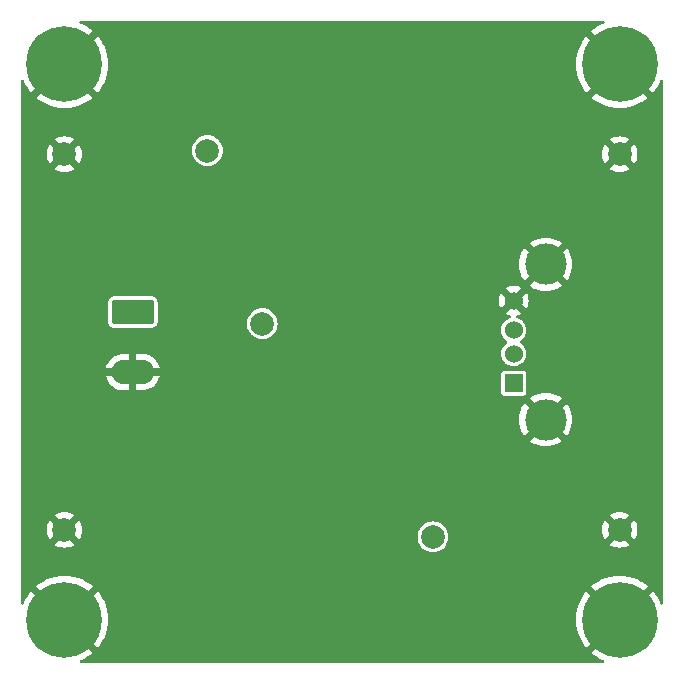
<source format=gbl>
%TF.GenerationSoftware,KiCad,Pcbnew,(6.0.5)*%
%TF.CreationDate,2025-05-25T15:44:49+02:00*%
%TF.ProjectId,HT1015A_Dev,48543130-3135-4415-9f44-65762e6b6963,rev?*%
%TF.SameCoordinates,Original*%
%TF.FileFunction,Copper,L2,Bot*%
%TF.FilePolarity,Positive*%
%FSLAX46Y46*%
G04 Gerber Fmt 4.6, Leading zero omitted, Abs format (unit mm)*
G04 Created by KiCad (PCBNEW (6.0.5)) date 2025-05-25 15:44:49*
%MOMM*%
%LPD*%
G01*
G04 APERTURE LIST*
G04 Aperture macros list*
%AMRoundRect*
0 Rectangle with rounded corners*
0 $1 Rounding radius*
0 $2 $3 $4 $5 $6 $7 $8 $9 X,Y pos of 4 corners*
0 Add a 4 corners polygon primitive as box body*
4,1,4,$2,$3,$4,$5,$6,$7,$8,$9,$2,$3,0*
0 Add four circle primitives for the rounded corners*
1,1,$1+$1,$2,$3*
1,1,$1+$1,$4,$5*
1,1,$1+$1,$6,$7*
1,1,$1+$1,$8,$9*
0 Add four rect primitives between the rounded corners*
20,1,$1+$1,$2,$3,$4,$5,0*
20,1,$1+$1,$4,$5,$6,$7,0*
20,1,$1+$1,$6,$7,$8,$9,0*
20,1,$1+$1,$8,$9,$2,$3,0*%
G04 Aperture macros list end*
%TA.AperFunction,ComponentPad*%
%ADD10C,2.000000*%
%TD*%
%TA.AperFunction,ComponentPad*%
%ADD11C,6.400000*%
%TD*%
%TA.AperFunction,ComponentPad*%
%ADD12R,1.524000X1.524000*%
%TD*%
%TA.AperFunction,ComponentPad*%
%ADD13C,1.524000*%
%TD*%
%TA.AperFunction,ComponentPad*%
%ADD14C,3.500000*%
%TD*%
%TA.AperFunction,SMDPad,CuDef*%
%ADD15R,3.100000X2.410000*%
%TD*%
%TA.AperFunction,ComponentPad*%
%ADD16C,0.500000*%
%TD*%
%TA.AperFunction,ComponentPad*%
%ADD17RoundRect,0.249999X-1.550001X0.790001X-1.550001X-0.790001X1.550001X-0.790001X1.550001X0.790001X0*%
%TD*%
%TA.AperFunction,ComponentPad*%
%ADD18O,3.600000X2.080000*%
%TD*%
%TA.AperFunction,ViaPad*%
%ADD19C,0.760000*%
%TD*%
G04 APERTURE END LIST*
D10*
%TO.P,TP2,1,1*%
%TO.N,GND*%
X125000000Y-74600000D03*
%TD*%
%TO.P,TP1,1,1*%
%TO.N,/VM*%
X137100000Y-74300000D03*
%TD*%
%TO.P,TP5,1,1*%
%TO.N,GND*%
X125000000Y-106400000D03*
%TD*%
D11*
%TO.P,H1,1,1*%
%TO.N,GND*%
X125000000Y-67000000D03*
%TD*%
%TO.P,H3,1,1*%
%TO.N,GND*%
X125000000Y-114000000D03*
%TD*%
D10*
%TO.P,TP4,1,1*%
%TO.N,Net-(C4-Pad1)*%
X141750000Y-88950000D03*
%TD*%
%TO.P,TP3,1,1*%
%TO.N,GND*%
X172000000Y-74600000D03*
%TD*%
D12*
%TO.P,J2,1,VBUS*%
%TO.N,+5V*%
X163030000Y-94000000D03*
D13*
%TO.P,J2,2,D-*%
%TO.N,Net-(J2-Pad2)*%
X163030000Y-91500000D03*
%TO.P,J2,3,D+*%
X163030000Y-89500000D03*
%TO.P,J2,4,GND*%
%TO.N,GND*%
X163030000Y-87000000D03*
D14*
%TO.P,J2,5,Shield*%
X165740000Y-97070000D03*
X165740000Y-83930000D03*
%TD*%
D10*
%TO.P,TP7,1,1*%
%TO.N,+5V*%
X156200000Y-107000000D03*
%TD*%
D11*
%TO.P,H4,1,1*%
%TO.N,GND*%
X172000000Y-114000000D03*
%TD*%
%TO.P,H2,1,1*%
%TO.N,GND*%
X172000000Y-67000000D03*
%TD*%
D15*
%TO.P,U1,9,EP*%
%TO.N,GND*%
X148475000Y-87000000D03*
D16*
X148475000Y-86045000D03*
X147175000Y-86045000D03*
X148475000Y-87955000D03*
X147175000Y-87955000D03*
X149775000Y-87955000D03*
X149775000Y-86045000D03*
%TD*%
D17*
%TO.P,J1,1,Pin_1*%
%TO.N,Net-(J1-Pad1)*%
X130780000Y-87960000D03*
D18*
%TO.P,J1,2,Pin_2*%
%TO.N,GND*%
X130780000Y-93040000D03*
%TD*%
D10*
%TO.P,TP6,1,1*%
%TO.N,GND*%
X172000000Y-106400000D03*
%TD*%
D19*
%TO.N,GND*%
X137050000Y-87740000D03*
X151900000Y-71800000D03*
X144639000Y-81675000D03*
X155200000Y-102350000D03*
X155200000Y-104850000D03*
X141900000Y-104850000D03*
X154100000Y-104850000D03*
X148500000Y-110050000D03*
X144780000Y-86614000D03*
X154100000Y-102350000D03*
X145250000Y-84200000D03*
X151892000Y-88138000D03*
X154178000Y-88138000D03*
X142950000Y-104850000D03*
X152146000Y-89916000D03*
X141900000Y-102350000D03*
X142950000Y-102350000D03*
%TD*%
%TA.AperFunction,Conductor*%
%TO.N,GND*%
G36*
X150950000Y-89000000D02*
G01*
X145950000Y-89000000D01*
X145950000Y-85000000D01*
X150950000Y-85000000D01*
X150950000Y-89000000D01*
G37*
%TD.AperFunction*%
%TD*%
%TA.AperFunction,Conductor*%
%TO.N,GND*%
G36*
X170678905Y-63320502D02*
G01*
X170725398Y-63374158D01*
X170735502Y-63444432D01*
X170706008Y-63509012D01*
X170655938Y-63544131D01*
X170492836Y-63606740D01*
X170486811Y-63609422D01*
X170146397Y-63782872D01*
X170140687Y-63786169D01*
X169820268Y-63994251D01*
X169814938Y-63998123D01*
X169612111Y-64162369D01*
X169603645Y-64174624D01*
X169609979Y-64185715D01*
X174813419Y-69389155D01*
X174826495Y-69396295D01*
X174836863Y-69388837D01*
X175001877Y-69185062D01*
X175005749Y-69179732D01*
X175213831Y-68859313D01*
X175217128Y-68853603D01*
X175390578Y-68513189D01*
X175393260Y-68507164D01*
X175455869Y-68344062D01*
X175498955Y-68287634D01*
X175565708Y-68263457D01*
X175634935Y-68279208D01*
X175684657Y-68329886D01*
X175699500Y-68389216D01*
X175699500Y-112610784D01*
X175679498Y-112678905D01*
X175625842Y-112725398D01*
X175555568Y-112735502D01*
X175490988Y-112706008D01*
X175455869Y-112655938D01*
X175393260Y-112492836D01*
X175390578Y-112486811D01*
X175217128Y-112146397D01*
X175213831Y-112140687D01*
X175005749Y-111820268D01*
X175001877Y-111814938D01*
X174837631Y-111612111D01*
X174825376Y-111603645D01*
X174814285Y-111609979D01*
X169610845Y-116813419D01*
X169603705Y-116826495D01*
X169611163Y-116836863D01*
X169814943Y-117001880D01*
X169820265Y-117005747D01*
X170140685Y-117213830D01*
X170146394Y-117217127D01*
X170486811Y-117390578D01*
X170492836Y-117393260D01*
X170655938Y-117455869D01*
X170712366Y-117498955D01*
X170736543Y-117565708D01*
X170720792Y-117634935D01*
X170670114Y-117684657D01*
X170610784Y-117699500D01*
X126389216Y-117699500D01*
X126321095Y-117679498D01*
X126274602Y-117625842D01*
X126264498Y-117555568D01*
X126293992Y-117490988D01*
X126344062Y-117455869D01*
X126507164Y-117393260D01*
X126513189Y-117390578D01*
X126853606Y-117217127D01*
X126859315Y-117213830D01*
X127179735Y-117005747D01*
X127185057Y-117001880D01*
X127387889Y-116837631D01*
X127396355Y-116825376D01*
X127390021Y-116814285D01*
X124576868Y-114001132D01*
X125429462Y-114001132D01*
X125429593Y-114002965D01*
X125433844Y-114009580D01*
X127813419Y-116389155D01*
X127826495Y-116396295D01*
X127836863Y-116388837D01*
X128001877Y-116185062D01*
X128005749Y-116179732D01*
X128213831Y-115859313D01*
X128217128Y-115853603D01*
X128390578Y-115513189D01*
X128393260Y-115507164D01*
X128530171Y-115150498D01*
X128532212Y-115144216D01*
X128631094Y-114775184D01*
X128632465Y-114768734D01*
X128692234Y-114391371D01*
X128692920Y-114384833D01*
X128712916Y-114003301D01*
X168287084Y-114003301D01*
X168307080Y-114384833D01*
X168307766Y-114391371D01*
X168367535Y-114768734D01*
X168368906Y-114775184D01*
X168467788Y-115144216D01*
X168469829Y-115150498D01*
X168606740Y-115507164D01*
X168609422Y-115513189D01*
X168782872Y-115853603D01*
X168786169Y-115859313D01*
X168994251Y-116179732D01*
X168998123Y-116185062D01*
X169162369Y-116387889D01*
X169174624Y-116396355D01*
X169185715Y-116390021D01*
X171562924Y-114012812D01*
X171570538Y-113998868D01*
X171570407Y-113997035D01*
X171566156Y-113990420D01*
X169186581Y-111610845D01*
X169173505Y-111603705D01*
X169163137Y-111611163D01*
X168998123Y-111814938D01*
X168994251Y-111820268D01*
X168786169Y-112140687D01*
X168782872Y-112146397D01*
X168609422Y-112486811D01*
X168606740Y-112492836D01*
X168469829Y-112849502D01*
X168467788Y-112855784D01*
X168368906Y-113224816D01*
X168367535Y-113231266D01*
X168307766Y-113608629D01*
X168307080Y-113615167D01*
X168287084Y-113996699D01*
X168287084Y-114003301D01*
X128712916Y-114003301D01*
X128712916Y-113996699D01*
X128692920Y-113615167D01*
X128692234Y-113608629D01*
X128632465Y-113231266D01*
X128631094Y-113224816D01*
X128532212Y-112855784D01*
X128530171Y-112849502D01*
X128393260Y-112492836D01*
X128390578Y-112486811D01*
X128217128Y-112146397D01*
X128213831Y-112140687D01*
X128005749Y-111820268D01*
X128001877Y-111814938D01*
X127837631Y-111612111D01*
X127825376Y-111603645D01*
X127814285Y-111609979D01*
X125437076Y-113987188D01*
X125429462Y-114001132D01*
X124576868Y-114001132D01*
X122186581Y-111610845D01*
X122173505Y-111603705D01*
X122163137Y-111611163D01*
X121998123Y-111814938D01*
X121994251Y-111820268D01*
X121786169Y-112140687D01*
X121782872Y-112146397D01*
X121609422Y-112486811D01*
X121606740Y-112492836D01*
X121544131Y-112655938D01*
X121501045Y-112712366D01*
X121434292Y-112736543D01*
X121365065Y-112720792D01*
X121315343Y-112670114D01*
X121300500Y-112610784D01*
X121300500Y-111174624D01*
X122603645Y-111174624D01*
X122609979Y-111185715D01*
X124987188Y-113562924D01*
X125001132Y-113570538D01*
X125002965Y-113570407D01*
X125009580Y-113566156D01*
X127389155Y-111186581D01*
X127395684Y-111174624D01*
X169603645Y-111174624D01*
X169609979Y-111185715D01*
X171987188Y-113562924D01*
X172001132Y-113570538D01*
X172002965Y-113570407D01*
X172009580Y-113566156D01*
X174389155Y-111186581D01*
X174396295Y-111173505D01*
X174388837Y-111163137D01*
X174185057Y-110998120D01*
X174179735Y-110994253D01*
X173859315Y-110786170D01*
X173853606Y-110782873D01*
X173513189Y-110609422D01*
X173507164Y-110606740D01*
X173150498Y-110469829D01*
X173144216Y-110467788D01*
X172775184Y-110368906D01*
X172768734Y-110367535D01*
X172391371Y-110307766D01*
X172384833Y-110307080D01*
X172003301Y-110287084D01*
X171996699Y-110287084D01*
X171615167Y-110307080D01*
X171608629Y-110307766D01*
X171231266Y-110367535D01*
X171224816Y-110368906D01*
X170855784Y-110467788D01*
X170849502Y-110469829D01*
X170492836Y-110606740D01*
X170486811Y-110609422D01*
X170146397Y-110782872D01*
X170140687Y-110786169D01*
X169820268Y-110994251D01*
X169814938Y-110998123D01*
X169612111Y-111162369D01*
X169603645Y-111174624D01*
X127395684Y-111174624D01*
X127396295Y-111173505D01*
X127388837Y-111163137D01*
X127185057Y-110998120D01*
X127179735Y-110994253D01*
X126859315Y-110786170D01*
X126853606Y-110782873D01*
X126513189Y-110609422D01*
X126507164Y-110606740D01*
X126150498Y-110469829D01*
X126144216Y-110467788D01*
X125775184Y-110368906D01*
X125768734Y-110367535D01*
X125391371Y-110307766D01*
X125384833Y-110307080D01*
X125003301Y-110287084D01*
X124996699Y-110287084D01*
X124615167Y-110307080D01*
X124608629Y-110307766D01*
X124231266Y-110367535D01*
X124224816Y-110368906D01*
X123855784Y-110467788D01*
X123849502Y-110469829D01*
X123492836Y-110606740D01*
X123486811Y-110609422D01*
X123146397Y-110782872D01*
X123140687Y-110786169D01*
X122820268Y-110994251D01*
X122814938Y-110998123D01*
X122612111Y-111162369D01*
X122603645Y-111174624D01*
X121300500Y-111174624D01*
X121300500Y-107657388D01*
X124172496Y-107657388D01*
X124178223Y-107665038D01*
X124309042Y-107745205D01*
X124317837Y-107749687D01*
X124527988Y-107836734D01*
X124537373Y-107839783D01*
X124758554Y-107892885D01*
X124768301Y-107894428D01*
X124995070Y-107912275D01*
X125004930Y-107912275D01*
X125231699Y-107894428D01*
X125241446Y-107892885D01*
X125462627Y-107839783D01*
X125472012Y-107836734D01*
X125682163Y-107749687D01*
X125690958Y-107745205D01*
X125818110Y-107667285D01*
X125827570Y-107656829D01*
X125823786Y-107648050D01*
X125012812Y-106837076D01*
X124998868Y-106829462D01*
X124997035Y-106829593D01*
X124990420Y-106833844D01*
X124179256Y-107645008D01*
X124172496Y-107657388D01*
X121300500Y-107657388D01*
X121300500Y-106404930D01*
X123487725Y-106404930D01*
X123505572Y-106631699D01*
X123507115Y-106641446D01*
X123560217Y-106862627D01*
X123563266Y-106872012D01*
X123650313Y-107082163D01*
X123654795Y-107090958D01*
X123732715Y-107218110D01*
X123743171Y-107227570D01*
X123751950Y-107223786D01*
X124562924Y-106412812D01*
X124569302Y-106401132D01*
X125429462Y-106401132D01*
X125429593Y-106402965D01*
X125433844Y-106409580D01*
X126245008Y-107220744D01*
X126257388Y-107227504D01*
X126265038Y-107221777D01*
X126345205Y-107090958D01*
X126349687Y-107082163D01*
X126383720Y-107000000D01*
X154894532Y-107000000D01*
X154914365Y-107226692D01*
X154973261Y-107446496D01*
X155069432Y-107652734D01*
X155199953Y-107839139D01*
X155360861Y-108000047D01*
X155547266Y-108130568D01*
X155552244Y-108132889D01*
X155552247Y-108132891D01*
X155748522Y-108224416D01*
X155753504Y-108226739D01*
X155758812Y-108228161D01*
X155758814Y-108228162D01*
X155967993Y-108284211D01*
X155967995Y-108284211D01*
X155973308Y-108285635D01*
X156200000Y-108305468D01*
X156426692Y-108285635D01*
X156432005Y-108284211D01*
X156432007Y-108284211D01*
X156641186Y-108228162D01*
X156641188Y-108228161D01*
X156646496Y-108226739D01*
X156651478Y-108224416D01*
X156847753Y-108132891D01*
X156847756Y-108132889D01*
X156852734Y-108130568D01*
X157039139Y-108000047D01*
X157200047Y-107839139D01*
X157327309Y-107657388D01*
X171172496Y-107657388D01*
X171178223Y-107665038D01*
X171309042Y-107745205D01*
X171317837Y-107749687D01*
X171527988Y-107836734D01*
X171537373Y-107839783D01*
X171758554Y-107892885D01*
X171768301Y-107894428D01*
X171995070Y-107912275D01*
X172004930Y-107912275D01*
X172231699Y-107894428D01*
X172241446Y-107892885D01*
X172462627Y-107839783D01*
X172472012Y-107836734D01*
X172682163Y-107749687D01*
X172690958Y-107745205D01*
X172818110Y-107667285D01*
X172827570Y-107656829D01*
X172823786Y-107648050D01*
X172012812Y-106837076D01*
X171998868Y-106829462D01*
X171997035Y-106829593D01*
X171990420Y-106833844D01*
X171179256Y-107645008D01*
X171172496Y-107657388D01*
X157327309Y-107657388D01*
X157330568Y-107652734D01*
X157426739Y-107446496D01*
X157485635Y-107226692D01*
X157505468Y-107000000D01*
X157485635Y-106773308D01*
X157426739Y-106553504D01*
X157359626Y-106409580D01*
X157357458Y-106404930D01*
X170487725Y-106404930D01*
X170505572Y-106631699D01*
X170507115Y-106641446D01*
X170560217Y-106862627D01*
X170563266Y-106872012D01*
X170650313Y-107082163D01*
X170654795Y-107090958D01*
X170732715Y-107218110D01*
X170743171Y-107227570D01*
X170751950Y-107223786D01*
X171562924Y-106412812D01*
X171569302Y-106401132D01*
X172429462Y-106401132D01*
X172429593Y-106402965D01*
X172433844Y-106409580D01*
X173245008Y-107220744D01*
X173257388Y-107227504D01*
X173265038Y-107221777D01*
X173345205Y-107090958D01*
X173349687Y-107082163D01*
X173436734Y-106872012D01*
X173439783Y-106862627D01*
X173492885Y-106641446D01*
X173494428Y-106631699D01*
X173512275Y-106404930D01*
X173512275Y-106395070D01*
X173494428Y-106168301D01*
X173492885Y-106158554D01*
X173439783Y-105937373D01*
X173436734Y-105927988D01*
X173349687Y-105717837D01*
X173345205Y-105709042D01*
X173267285Y-105581890D01*
X173256829Y-105572430D01*
X173248050Y-105576214D01*
X172437076Y-106387188D01*
X172429462Y-106401132D01*
X171569302Y-106401132D01*
X171570538Y-106398868D01*
X171570407Y-106397035D01*
X171566156Y-106390420D01*
X170754992Y-105579256D01*
X170742612Y-105572496D01*
X170734962Y-105578223D01*
X170654795Y-105709042D01*
X170650313Y-105717837D01*
X170563266Y-105927988D01*
X170560217Y-105937373D01*
X170507115Y-106158554D01*
X170505572Y-106168301D01*
X170487725Y-106395070D01*
X170487725Y-106404930D01*
X157357458Y-106404930D01*
X157332891Y-106352247D01*
X157332889Y-106352244D01*
X157330568Y-106347266D01*
X157200047Y-106160861D01*
X157039139Y-105999953D01*
X156852734Y-105869432D01*
X156847756Y-105867111D01*
X156847753Y-105867109D01*
X156651478Y-105775584D01*
X156651476Y-105775583D01*
X156646496Y-105773261D01*
X156641188Y-105771839D01*
X156641186Y-105771838D01*
X156432007Y-105715789D01*
X156432005Y-105715789D01*
X156426692Y-105714365D01*
X156200000Y-105694532D01*
X155973308Y-105714365D01*
X155967995Y-105715789D01*
X155967993Y-105715789D01*
X155758814Y-105771838D01*
X155758812Y-105771839D01*
X155753504Y-105773261D01*
X155748524Y-105775583D01*
X155748522Y-105775584D01*
X155552247Y-105867109D01*
X155552244Y-105867111D01*
X155547266Y-105869432D01*
X155360861Y-105999953D01*
X155199953Y-106160861D01*
X155069432Y-106347266D01*
X155067111Y-106352244D01*
X155067109Y-106352247D01*
X155040374Y-106409580D01*
X154973261Y-106553504D01*
X154914365Y-106773308D01*
X154894532Y-107000000D01*
X126383720Y-107000000D01*
X126436734Y-106872012D01*
X126439783Y-106862627D01*
X126492885Y-106641446D01*
X126494428Y-106631699D01*
X126512275Y-106404930D01*
X126512275Y-106395070D01*
X126494428Y-106168301D01*
X126492885Y-106158554D01*
X126439783Y-105937373D01*
X126436734Y-105927988D01*
X126349687Y-105717837D01*
X126345205Y-105709042D01*
X126267285Y-105581890D01*
X126256829Y-105572430D01*
X126248050Y-105576214D01*
X125437076Y-106387188D01*
X125429462Y-106401132D01*
X124569302Y-106401132D01*
X124570538Y-106398868D01*
X124570407Y-106397035D01*
X124566156Y-106390420D01*
X123754992Y-105579256D01*
X123742612Y-105572496D01*
X123734962Y-105578223D01*
X123654795Y-105709042D01*
X123650313Y-105717837D01*
X123563266Y-105927988D01*
X123560217Y-105937373D01*
X123507115Y-106158554D01*
X123505572Y-106168301D01*
X123487725Y-106395070D01*
X123487725Y-106404930D01*
X121300500Y-106404930D01*
X121300500Y-105143171D01*
X124172430Y-105143171D01*
X124176214Y-105151950D01*
X124987188Y-105962924D01*
X125001132Y-105970538D01*
X125002965Y-105970407D01*
X125009580Y-105966156D01*
X125820744Y-105154992D01*
X125827199Y-105143171D01*
X171172430Y-105143171D01*
X171176214Y-105151950D01*
X171987188Y-105962924D01*
X172001132Y-105970538D01*
X172002965Y-105970407D01*
X172009580Y-105966156D01*
X172820744Y-105154992D01*
X172827504Y-105142612D01*
X172821777Y-105134962D01*
X172690958Y-105054795D01*
X172682163Y-105050313D01*
X172472012Y-104963266D01*
X172462627Y-104960217D01*
X172241446Y-104907115D01*
X172231699Y-104905572D01*
X172004930Y-104887725D01*
X171995070Y-104887725D01*
X171768301Y-104905572D01*
X171758554Y-104907115D01*
X171537373Y-104960217D01*
X171527988Y-104963266D01*
X171317837Y-105050313D01*
X171309042Y-105054795D01*
X171181890Y-105132715D01*
X171172430Y-105143171D01*
X125827199Y-105143171D01*
X125827504Y-105142612D01*
X125821777Y-105134962D01*
X125690958Y-105054795D01*
X125682163Y-105050313D01*
X125472012Y-104963266D01*
X125462627Y-104960217D01*
X125241446Y-104907115D01*
X125231699Y-104905572D01*
X125004930Y-104887725D01*
X124995070Y-104887725D01*
X124768301Y-104905572D01*
X124758554Y-104907115D01*
X124537373Y-104960217D01*
X124527988Y-104963266D01*
X124317837Y-105050313D01*
X124309042Y-105054795D01*
X124181890Y-105132715D01*
X124172430Y-105143171D01*
X121300500Y-105143171D01*
X121300500Y-98866398D01*
X164373016Y-98866398D01*
X164382898Y-98878887D01*
X164605144Y-99027387D01*
X164612281Y-99031508D01*
X164870349Y-99158772D01*
X164877953Y-99161922D01*
X165150420Y-99254412D01*
X165158383Y-99256546D01*
X165440600Y-99312683D01*
X165448751Y-99313756D01*
X165735881Y-99332575D01*
X165744119Y-99332575D01*
X166031249Y-99313756D01*
X166039400Y-99312683D01*
X166321617Y-99256546D01*
X166329580Y-99254412D01*
X166602047Y-99161922D01*
X166609651Y-99158772D01*
X166867719Y-99031508D01*
X166874856Y-99027387D01*
X167098537Y-98877929D01*
X167106825Y-98868011D01*
X167099568Y-98853832D01*
X165752812Y-97507076D01*
X165738868Y-97499462D01*
X165737035Y-97499593D01*
X165730420Y-97503844D01*
X164379212Y-98855052D01*
X164373016Y-98866398D01*
X121300500Y-98866398D01*
X121300500Y-97074119D01*
X163477425Y-97074119D01*
X163496244Y-97361249D01*
X163497317Y-97369400D01*
X163553454Y-97651617D01*
X163555588Y-97659580D01*
X163648078Y-97932047D01*
X163651228Y-97939651D01*
X163778492Y-98197718D01*
X163782613Y-98204855D01*
X163932071Y-98428537D01*
X163941989Y-98436825D01*
X163956167Y-98429569D01*
X165302924Y-97082812D01*
X165309302Y-97071132D01*
X166169462Y-97071132D01*
X166169593Y-97072965D01*
X166173844Y-97079580D01*
X167525052Y-98430788D01*
X167536398Y-98436984D01*
X167548887Y-98427102D01*
X167697387Y-98204855D01*
X167701508Y-98197718D01*
X167828772Y-97939651D01*
X167831922Y-97932047D01*
X167924412Y-97659580D01*
X167926546Y-97651617D01*
X167982683Y-97369400D01*
X167983756Y-97361249D01*
X168002575Y-97074119D01*
X168002575Y-97065881D01*
X167983756Y-96778751D01*
X167982683Y-96770600D01*
X167926546Y-96488383D01*
X167924412Y-96480420D01*
X167831922Y-96207953D01*
X167828772Y-96200349D01*
X167701508Y-95942282D01*
X167697387Y-95935145D01*
X167547929Y-95711463D01*
X167538011Y-95703175D01*
X167523833Y-95710431D01*
X166177076Y-97057188D01*
X166169462Y-97071132D01*
X165309302Y-97071132D01*
X165310538Y-97068868D01*
X165310407Y-97067035D01*
X165306156Y-97060420D01*
X163954948Y-95709212D01*
X163943602Y-95703016D01*
X163931113Y-95712898D01*
X163782613Y-95935145D01*
X163778492Y-95942282D01*
X163651228Y-96200349D01*
X163648078Y-96207953D01*
X163555588Y-96480420D01*
X163553454Y-96488383D01*
X163497317Y-96770600D01*
X163496244Y-96778751D01*
X163477425Y-97065881D01*
X163477425Y-97074119D01*
X121300500Y-97074119D01*
X121300500Y-95271989D01*
X164373175Y-95271989D01*
X164380431Y-95286167D01*
X165727188Y-96632924D01*
X165741132Y-96640538D01*
X165742965Y-96640407D01*
X165749580Y-96636156D01*
X167100788Y-95284948D01*
X167106984Y-95273602D01*
X167097102Y-95261113D01*
X166874856Y-95112613D01*
X166867719Y-95108492D01*
X166609651Y-94981228D01*
X166602047Y-94978078D01*
X166329580Y-94885588D01*
X166321617Y-94883454D01*
X166039400Y-94827317D01*
X166031249Y-94826244D01*
X165744119Y-94807425D01*
X165735881Y-94807425D01*
X165448751Y-94826244D01*
X165440600Y-94827317D01*
X165158383Y-94883454D01*
X165150420Y-94885588D01*
X164877953Y-94978078D01*
X164870349Y-94981228D01*
X164612282Y-95108492D01*
X164605145Y-95112613D01*
X164381463Y-95262071D01*
X164373175Y-95271989D01*
X121300500Y-95271989D01*
X121300500Y-94806646D01*
X161967500Y-94806646D01*
X161970618Y-94832846D01*
X162016061Y-94935153D01*
X162095287Y-95014241D01*
X162105924Y-95018944D01*
X162105926Y-95018945D01*
X162165462Y-95045265D01*
X162197673Y-95059506D01*
X162223354Y-95062500D01*
X163836646Y-95062500D01*
X163840350Y-95062059D01*
X163840353Y-95062059D01*
X163847746Y-95061179D01*
X163862846Y-95059382D01*
X163965153Y-95013939D01*
X164044241Y-94934713D01*
X164089506Y-94832327D01*
X164092500Y-94806646D01*
X164092500Y-93193354D01*
X164089382Y-93167154D01*
X164043939Y-93064847D01*
X163964713Y-92985759D01*
X163954076Y-92981056D01*
X163954074Y-92981055D01*
X163894538Y-92954735D01*
X163862327Y-92940494D01*
X163836646Y-92937500D01*
X162223354Y-92937500D01*
X162219650Y-92937941D01*
X162219647Y-92937941D01*
X162212254Y-92938821D01*
X162197154Y-92940618D01*
X162094847Y-92986061D01*
X162015759Y-93065287D01*
X161970494Y-93167673D01*
X161967500Y-93193354D01*
X161967500Y-94806646D01*
X121300500Y-94806646D01*
X121300500Y-93351242D01*
X128499254Y-93351242D01*
X128562989Y-93576476D01*
X128566503Y-93585927D01*
X128667506Y-93802528D01*
X128672485Y-93811292D01*
X128806814Y-94008951D01*
X128813138Y-94016815D01*
X128977336Y-94190451D01*
X128984843Y-94197210D01*
X129174688Y-94342357D01*
X129183167Y-94347821D01*
X129393783Y-94460752D01*
X129403029Y-94464792D01*
X129628987Y-94542596D01*
X129638768Y-94545107D01*
X129875334Y-94585969D01*
X129883206Y-94586824D01*
X129907685Y-94587936D01*
X129910518Y-94588000D01*
X130461885Y-94588000D01*
X130477124Y-94583525D01*
X130478329Y-94582135D01*
X130480000Y-94574452D01*
X130480000Y-94569885D01*
X131080000Y-94569885D01*
X131084475Y-94585124D01*
X131085865Y-94586329D01*
X131093548Y-94588000D01*
X131600072Y-94588000D01*
X131605104Y-94587798D01*
X131783259Y-94573464D01*
X131793212Y-94571852D01*
X132025300Y-94514846D01*
X132034870Y-94511663D01*
X132254860Y-94418282D01*
X132263799Y-94413608D01*
X132466024Y-94286261D01*
X132474099Y-94280220D01*
X132653368Y-94122173D01*
X132660371Y-94114921D01*
X132812062Y-93930250D01*
X132817818Y-93921967D01*
X132938031Y-93715421D01*
X132942393Y-93706316D01*
X133028034Y-93483215D01*
X133030885Y-93473526D01*
X133055075Y-93357736D01*
X133053952Y-93343675D01*
X133043844Y-93340000D01*
X131098115Y-93340000D01*
X131082876Y-93344475D01*
X131081671Y-93345865D01*
X131080000Y-93353548D01*
X131080000Y-94569885D01*
X130480000Y-94569885D01*
X130480000Y-93358115D01*
X130475525Y-93342876D01*
X130474135Y-93341671D01*
X130466452Y-93340000D01*
X128514465Y-93340000D01*
X128500377Y-93344137D01*
X128499254Y-93351242D01*
X121300500Y-93351242D01*
X121300500Y-92722264D01*
X128504925Y-92722264D01*
X128506048Y-92736325D01*
X128516156Y-92740000D01*
X130461885Y-92740000D01*
X130477124Y-92735525D01*
X130478329Y-92734135D01*
X130480000Y-92726452D01*
X130480000Y-92721885D01*
X131080000Y-92721885D01*
X131084475Y-92737124D01*
X131085865Y-92738329D01*
X131093548Y-92740000D01*
X133045535Y-92740000D01*
X133059623Y-92735863D01*
X133060746Y-92728758D01*
X132997011Y-92503524D01*
X132993497Y-92494073D01*
X132892494Y-92277472D01*
X132887515Y-92268708D01*
X132753186Y-92071049D01*
X132746862Y-92063185D01*
X132582664Y-91889549D01*
X132575157Y-91882790D01*
X132385312Y-91737643D01*
X132376833Y-91732179D01*
X132166217Y-91619248D01*
X132156971Y-91615208D01*
X131931013Y-91537404D01*
X131921232Y-91534893D01*
X131684666Y-91494031D01*
X131676794Y-91493176D01*
X131652315Y-91492064D01*
X131649482Y-91492000D01*
X131098115Y-91492000D01*
X131082876Y-91496475D01*
X131081671Y-91497865D01*
X131080000Y-91505548D01*
X131080000Y-92721885D01*
X130480000Y-92721885D01*
X130480000Y-91510115D01*
X130475525Y-91494876D01*
X130474135Y-91493671D01*
X130466452Y-91492000D01*
X129959928Y-91492000D01*
X129954896Y-91492202D01*
X129776741Y-91506536D01*
X129766788Y-91508148D01*
X129534700Y-91565154D01*
X129525130Y-91568337D01*
X129305140Y-91661718D01*
X129296201Y-91666392D01*
X129093976Y-91793739D01*
X129085901Y-91799780D01*
X128906632Y-91957827D01*
X128899629Y-91965079D01*
X128747938Y-92149750D01*
X128742182Y-92158033D01*
X128621969Y-92364579D01*
X128617607Y-92373684D01*
X128531966Y-92596785D01*
X128529115Y-92606474D01*
X128504925Y-92722264D01*
X121300500Y-92722264D01*
X121300500Y-91485093D01*
X161962463Y-91485093D01*
X161979899Y-91692730D01*
X162037333Y-91893025D01*
X162040151Y-91898507D01*
X162040152Y-91898511D01*
X162129756Y-92072862D01*
X162129759Y-92072866D01*
X162132577Y-92078350D01*
X162136408Y-92083183D01*
X162258174Y-92236816D01*
X162258179Y-92236821D01*
X162262003Y-92241646D01*
X162420683Y-92376693D01*
X162426061Y-92379699D01*
X162426063Y-92379700D01*
X162511627Y-92427520D01*
X162602571Y-92478346D01*
X162800740Y-92542735D01*
X163007641Y-92567407D01*
X163013776Y-92566935D01*
X163013778Y-92566935D01*
X163209252Y-92551894D01*
X163209256Y-92551893D01*
X163215394Y-92551421D01*
X163416085Y-92495387D01*
X163421589Y-92492607D01*
X163421591Y-92492606D01*
X163596570Y-92404218D01*
X163596572Y-92404217D01*
X163602071Y-92401439D01*
X163766266Y-92273156D01*
X163902417Y-92115423D01*
X164005339Y-91934249D01*
X164071109Y-91736534D01*
X164085926Y-91619248D01*
X164096783Y-91533312D01*
X164096784Y-91533305D01*
X164097225Y-91529810D01*
X164097641Y-91500000D01*
X164077308Y-91292627D01*
X164017083Y-91093154D01*
X163919261Y-90909176D01*
X163913590Y-90902222D01*
X163877427Y-90857882D01*
X163787567Y-90747704D01*
X163627017Y-90614885D01*
X163621603Y-90611957D01*
X163621596Y-90611953D01*
X163620188Y-90611192D01*
X163619594Y-90610603D01*
X163616488Y-90608508D01*
X163616886Y-90607917D01*
X163569780Y-90561197D01*
X163554403Y-90491885D01*
X163578940Y-90425263D01*
X163602538Y-90401074D01*
X163766266Y-90273156D01*
X163902417Y-90115423D01*
X163994570Y-89953206D01*
X164002294Y-89939610D01*
X164002296Y-89939606D01*
X164005339Y-89934249D01*
X164071109Y-89736534D01*
X164087443Y-89607239D01*
X164096783Y-89533312D01*
X164096784Y-89533305D01*
X164097225Y-89529810D01*
X164097641Y-89500000D01*
X164077308Y-89292627D01*
X164017083Y-89093154D01*
X163919261Y-88909176D01*
X163913590Y-88902222D01*
X163827395Y-88796538D01*
X163787567Y-88747704D01*
X163627017Y-88614885D01*
X163443728Y-88515781D01*
X163371923Y-88493554D01*
X163320764Y-88477717D01*
X163261604Y-88438465D01*
X163233057Y-88373461D01*
X163244186Y-88303342D01*
X163291457Y-88250371D01*
X163325412Y-88235645D01*
X163460715Y-88199391D01*
X163471007Y-88195645D01*
X163662436Y-88106380D01*
X163671937Y-88100894D01*
X163677501Y-88096998D01*
X163685877Y-88086520D01*
X163678808Y-88073072D01*
X163042812Y-87437076D01*
X163028868Y-87429462D01*
X163027035Y-87429593D01*
X163020420Y-87433844D01*
X162380470Y-88073794D01*
X162374040Y-88085569D01*
X162383334Y-88097583D01*
X162388063Y-88100894D01*
X162397564Y-88106380D01*
X162588993Y-88195645D01*
X162599285Y-88199391D01*
X162735010Y-88235758D01*
X162795633Y-88272710D01*
X162826654Y-88336570D01*
X162818226Y-88407065D01*
X162773023Y-88461812D01*
X162737975Y-88478338D01*
X162712063Y-88485965D01*
X162630055Y-88510101D01*
X162445399Y-88606636D01*
X162283011Y-88737200D01*
X162279047Y-88741924D01*
X162233223Y-88796535D01*
X162149075Y-88896818D01*
X162048693Y-89079411D01*
X161985690Y-89278025D01*
X161985004Y-89284142D01*
X161985003Y-89284146D01*
X161972401Y-89396496D01*
X161962463Y-89485093D01*
X161979899Y-89692730D01*
X162037333Y-89893025D01*
X162040151Y-89898507D01*
X162040152Y-89898511D01*
X162129756Y-90072862D01*
X162129759Y-90072866D01*
X162132577Y-90078350D01*
X162136408Y-90083183D01*
X162258174Y-90236816D01*
X162258179Y-90236821D01*
X162262003Y-90241646D01*
X162420683Y-90376693D01*
X162442520Y-90388897D01*
X162492224Y-90439587D01*
X162506634Y-90509105D01*
X162481171Y-90575379D01*
X162450310Y-90604069D01*
X162445399Y-90606636D01*
X162283011Y-90737200D01*
X162149075Y-90896818D01*
X162048693Y-91079411D01*
X161985690Y-91278025D01*
X161962463Y-91485093D01*
X121300500Y-91485093D01*
X121300500Y-87127227D01*
X128679500Y-87127227D01*
X128679501Y-88792772D01*
X128679956Y-88796530D01*
X128679956Y-88796535D01*
X128689326Y-88873970D01*
X128690364Y-88882548D01*
X128693342Y-88890071D01*
X128693343Y-88890073D01*
X128703061Y-88914617D01*
X128745887Y-89022784D01*
X128837077Y-89142923D01*
X128957216Y-89234113D01*
X129039192Y-89266570D01*
X129089922Y-89286655D01*
X129089924Y-89286656D01*
X129097452Y-89289636D01*
X129187227Y-89300500D01*
X130778949Y-89300500D01*
X132372772Y-89300499D01*
X132376530Y-89300044D01*
X132376535Y-89300044D01*
X132454515Y-89290608D01*
X132462548Y-89289636D01*
X132470071Y-89286658D01*
X132470073Y-89286657D01*
X132522681Y-89265828D01*
X132602784Y-89234113D01*
X132722923Y-89142923D01*
X132814113Y-89022784D01*
X132842930Y-88950000D01*
X140444532Y-88950000D01*
X140464365Y-89176692D01*
X140465789Y-89182005D01*
X140465789Y-89182007D01*
X140495430Y-89292627D01*
X140523261Y-89396496D01*
X140525583Y-89401476D01*
X140525584Y-89401478D01*
X140585427Y-89529810D01*
X140619432Y-89602734D01*
X140749953Y-89789139D01*
X140910861Y-89950047D01*
X141097266Y-90080568D01*
X141102244Y-90082889D01*
X141102247Y-90082891D01*
X141298522Y-90174416D01*
X141303504Y-90176739D01*
X141308812Y-90178161D01*
X141308814Y-90178162D01*
X141517993Y-90234211D01*
X141517995Y-90234211D01*
X141523308Y-90235635D01*
X141750000Y-90255468D01*
X141976692Y-90235635D01*
X141982005Y-90234211D01*
X141982007Y-90234211D01*
X142191186Y-90178162D01*
X142191188Y-90178161D01*
X142196496Y-90176739D01*
X142201478Y-90174416D01*
X142397753Y-90082891D01*
X142397756Y-90082889D01*
X142402734Y-90080568D01*
X142589139Y-89950047D01*
X142750047Y-89789139D01*
X142880568Y-89602734D01*
X142914574Y-89529810D01*
X142974416Y-89401478D01*
X142974417Y-89401476D01*
X142976739Y-89396496D01*
X143004571Y-89292627D01*
X143034211Y-89182007D01*
X143034211Y-89182005D01*
X143035635Y-89176692D01*
X143051094Y-89000000D01*
X145950000Y-89000000D01*
X150950000Y-89000000D01*
X150950000Y-87005475D01*
X161755628Y-87005475D01*
X161774038Y-87215896D01*
X161775941Y-87226691D01*
X161830609Y-87430715D01*
X161834355Y-87441007D01*
X161923624Y-87632444D01*
X161929102Y-87641930D01*
X161933002Y-87647501D01*
X161943480Y-87655876D01*
X161956928Y-87648808D01*
X162592924Y-87012812D01*
X162599302Y-87001132D01*
X163459462Y-87001132D01*
X163459593Y-87002965D01*
X163463844Y-87009580D01*
X164103794Y-87649530D01*
X164115568Y-87655960D01*
X164127584Y-87646663D01*
X164130898Y-87641930D01*
X164136376Y-87632444D01*
X164225645Y-87441007D01*
X164229391Y-87430715D01*
X164284059Y-87226691D01*
X164285962Y-87215896D01*
X164304372Y-87005475D01*
X164304372Y-86994525D01*
X164285962Y-86784104D01*
X164284059Y-86773309D01*
X164229391Y-86569285D01*
X164225645Y-86558993D01*
X164136376Y-86367556D01*
X164130898Y-86358070D01*
X164126998Y-86352499D01*
X164116520Y-86344124D01*
X164103072Y-86351192D01*
X163467076Y-86987188D01*
X163459462Y-87001132D01*
X162599302Y-87001132D01*
X162600538Y-86998868D01*
X162600407Y-86997035D01*
X162596156Y-86990420D01*
X161956206Y-86350470D01*
X161944432Y-86344040D01*
X161932416Y-86353337D01*
X161929102Y-86358070D01*
X161923624Y-86367556D01*
X161834355Y-86558993D01*
X161830609Y-86569285D01*
X161775941Y-86773309D01*
X161774038Y-86784104D01*
X161755628Y-86994525D01*
X161755628Y-87005475D01*
X150950000Y-87005475D01*
X150950000Y-85913480D01*
X162374124Y-85913480D01*
X162381192Y-85926928D01*
X163017188Y-86562924D01*
X163031132Y-86570538D01*
X163032965Y-86570407D01*
X163039580Y-86566156D01*
X163679530Y-85926206D01*
X163685960Y-85914431D01*
X163676666Y-85902417D01*
X163671937Y-85899106D01*
X163662436Y-85893620D01*
X163471007Y-85804355D01*
X163460715Y-85800609D01*
X163256691Y-85745941D01*
X163245896Y-85744038D01*
X163044276Y-85726398D01*
X164373016Y-85726398D01*
X164382898Y-85738887D01*
X164605144Y-85887387D01*
X164612281Y-85891508D01*
X164870349Y-86018772D01*
X164877953Y-86021922D01*
X165150420Y-86114412D01*
X165158383Y-86116546D01*
X165440600Y-86172683D01*
X165448751Y-86173756D01*
X165735881Y-86192575D01*
X165744119Y-86192575D01*
X166031249Y-86173756D01*
X166039400Y-86172683D01*
X166321617Y-86116546D01*
X166329580Y-86114412D01*
X166602047Y-86021922D01*
X166609651Y-86018772D01*
X166867719Y-85891508D01*
X166874856Y-85887387D01*
X167098537Y-85737929D01*
X167106825Y-85728011D01*
X167099568Y-85713832D01*
X165752812Y-84367076D01*
X165738868Y-84359462D01*
X165737035Y-84359593D01*
X165730420Y-84363844D01*
X164379212Y-85715052D01*
X164373016Y-85726398D01*
X163044276Y-85726398D01*
X163035475Y-85725628D01*
X163024525Y-85725628D01*
X162814104Y-85744038D01*
X162803309Y-85745941D01*
X162599285Y-85800609D01*
X162588993Y-85804355D01*
X162397556Y-85893624D01*
X162388070Y-85899102D01*
X162382499Y-85903002D01*
X162374124Y-85913480D01*
X150950000Y-85913480D01*
X150950000Y-85000000D01*
X145950000Y-85000000D01*
X145950000Y-89000000D01*
X143051094Y-89000000D01*
X143055468Y-88950000D01*
X143035635Y-88723308D01*
X143034211Y-88717993D01*
X142978162Y-88508814D01*
X142978161Y-88508812D01*
X142976739Y-88503504D01*
X142946411Y-88438465D01*
X142882891Y-88302247D01*
X142882889Y-88302244D01*
X142880568Y-88297266D01*
X142750047Y-88110861D01*
X142589139Y-87949953D01*
X142402734Y-87819432D01*
X142397756Y-87817111D01*
X142397753Y-87817109D01*
X142201478Y-87725584D01*
X142201476Y-87725583D01*
X142196496Y-87723261D01*
X142191188Y-87721839D01*
X142191186Y-87721838D01*
X141982007Y-87665789D01*
X141982005Y-87665789D01*
X141976692Y-87664365D01*
X141750000Y-87644532D01*
X141523308Y-87664365D01*
X141517995Y-87665789D01*
X141517993Y-87665789D01*
X141308814Y-87721838D01*
X141308812Y-87721839D01*
X141303504Y-87723261D01*
X141298524Y-87725583D01*
X141298522Y-87725584D01*
X141102247Y-87817109D01*
X141102244Y-87817111D01*
X141097266Y-87819432D01*
X140910861Y-87949953D01*
X140749953Y-88110861D01*
X140619432Y-88297266D01*
X140617111Y-88302244D01*
X140617109Y-88302247D01*
X140553589Y-88438465D01*
X140523261Y-88503504D01*
X140521839Y-88508812D01*
X140521838Y-88508814D01*
X140465789Y-88717993D01*
X140464365Y-88723308D01*
X140444532Y-88950000D01*
X132842930Y-88950000D01*
X132863986Y-88896818D01*
X132866655Y-88890078D01*
X132866656Y-88890076D01*
X132869636Y-88882548D01*
X132880500Y-88792773D01*
X132880499Y-87127228D01*
X132880044Y-87123462D01*
X132870608Y-87045485D01*
X132869636Y-87037452D01*
X132859881Y-87012812D01*
X132817274Y-86905201D01*
X132814113Y-86897216D01*
X132722923Y-86777077D01*
X132602784Y-86685887D01*
X132520808Y-86653430D01*
X132470078Y-86633345D01*
X132470076Y-86633344D01*
X132462548Y-86630364D01*
X132372773Y-86619500D01*
X130781051Y-86619500D01*
X129187228Y-86619501D01*
X129183470Y-86619956D01*
X129183465Y-86619956D01*
X129106030Y-86629326D01*
X129097452Y-86630364D01*
X129089929Y-86633342D01*
X129089927Y-86633343D01*
X129037319Y-86654172D01*
X128957216Y-86685887D01*
X128837077Y-86777077D01*
X128745887Y-86897216D01*
X128742726Y-86905201D01*
X128700120Y-87012812D01*
X128690364Y-87037452D01*
X128679500Y-87127227D01*
X121300500Y-87127227D01*
X121300500Y-83934119D01*
X163477425Y-83934119D01*
X163496244Y-84221249D01*
X163497317Y-84229400D01*
X163553454Y-84511617D01*
X163555588Y-84519580D01*
X163648078Y-84792047D01*
X163651228Y-84799651D01*
X163778492Y-85057718D01*
X163782613Y-85064855D01*
X163932071Y-85288537D01*
X163941989Y-85296825D01*
X163956167Y-85289569D01*
X165302924Y-83942812D01*
X165309302Y-83931132D01*
X166169462Y-83931132D01*
X166169593Y-83932965D01*
X166173844Y-83939580D01*
X167525052Y-85290788D01*
X167536398Y-85296984D01*
X167548887Y-85287102D01*
X167697387Y-85064855D01*
X167701508Y-85057718D01*
X167828772Y-84799651D01*
X167831922Y-84792047D01*
X167924412Y-84519580D01*
X167926546Y-84511617D01*
X167982683Y-84229400D01*
X167983756Y-84221249D01*
X168002575Y-83934119D01*
X168002575Y-83925881D01*
X167983756Y-83638751D01*
X167982683Y-83630600D01*
X167926546Y-83348383D01*
X167924412Y-83340420D01*
X167831922Y-83067953D01*
X167828772Y-83060349D01*
X167701508Y-82802282D01*
X167697387Y-82795145D01*
X167547929Y-82571463D01*
X167538011Y-82563175D01*
X167523833Y-82570431D01*
X166177076Y-83917188D01*
X166169462Y-83931132D01*
X165309302Y-83931132D01*
X165310538Y-83928868D01*
X165310407Y-83927035D01*
X165306156Y-83920420D01*
X163954948Y-82569212D01*
X163943602Y-82563016D01*
X163931113Y-82572898D01*
X163782613Y-82795145D01*
X163778492Y-82802282D01*
X163651228Y-83060349D01*
X163648078Y-83067953D01*
X163555588Y-83340420D01*
X163553454Y-83348383D01*
X163497317Y-83630600D01*
X163496244Y-83638751D01*
X163477425Y-83925881D01*
X163477425Y-83934119D01*
X121300500Y-83934119D01*
X121300500Y-82131989D01*
X164373175Y-82131989D01*
X164380431Y-82146167D01*
X165727188Y-83492924D01*
X165741132Y-83500538D01*
X165742965Y-83500407D01*
X165749580Y-83496156D01*
X167100788Y-82144948D01*
X167106984Y-82133602D01*
X167097102Y-82121113D01*
X166874856Y-81972613D01*
X166867719Y-81968492D01*
X166609651Y-81841228D01*
X166602047Y-81838078D01*
X166329580Y-81745588D01*
X166321617Y-81743454D01*
X166039400Y-81687317D01*
X166031249Y-81686244D01*
X165744119Y-81667425D01*
X165735881Y-81667425D01*
X165448751Y-81686244D01*
X165440600Y-81687317D01*
X165158383Y-81743454D01*
X165150420Y-81745588D01*
X164877953Y-81838078D01*
X164870349Y-81841228D01*
X164612282Y-81968492D01*
X164605145Y-81972613D01*
X164381463Y-82122071D01*
X164373175Y-82131989D01*
X121300500Y-82131989D01*
X121300500Y-75857388D01*
X124172496Y-75857388D01*
X124178223Y-75865038D01*
X124309042Y-75945205D01*
X124317837Y-75949687D01*
X124527988Y-76036734D01*
X124537373Y-76039783D01*
X124758554Y-76092885D01*
X124768301Y-76094428D01*
X124995070Y-76112275D01*
X125004930Y-76112275D01*
X125231699Y-76094428D01*
X125241446Y-76092885D01*
X125462627Y-76039783D01*
X125472012Y-76036734D01*
X125682163Y-75949687D01*
X125690958Y-75945205D01*
X125818110Y-75867285D01*
X125827064Y-75857388D01*
X171172496Y-75857388D01*
X171178223Y-75865038D01*
X171309042Y-75945205D01*
X171317837Y-75949687D01*
X171527988Y-76036734D01*
X171537373Y-76039783D01*
X171758554Y-76092885D01*
X171768301Y-76094428D01*
X171995070Y-76112275D01*
X172004930Y-76112275D01*
X172231699Y-76094428D01*
X172241446Y-76092885D01*
X172462627Y-76039783D01*
X172472012Y-76036734D01*
X172682163Y-75949687D01*
X172690958Y-75945205D01*
X172818110Y-75867285D01*
X172827570Y-75856829D01*
X172823786Y-75848050D01*
X172012812Y-75037076D01*
X171998868Y-75029462D01*
X171997035Y-75029593D01*
X171990420Y-75033844D01*
X171179256Y-75845008D01*
X171172496Y-75857388D01*
X125827064Y-75857388D01*
X125827570Y-75856829D01*
X125823786Y-75848050D01*
X125012812Y-75037076D01*
X124998868Y-75029462D01*
X124997035Y-75029593D01*
X124990420Y-75033844D01*
X124179256Y-75845008D01*
X124172496Y-75857388D01*
X121300500Y-75857388D01*
X121300500Y-74604930D01*
X123487725Y-74604930D01*
X123505572Y-74831699D01*
X123507115Y-74841446D01*
X123560217Y-75062627D01*
X123563266Y-75072012D01*
X123650313Y-75282163D01*
X123654795Y-75290958D01*
X123732715Y-75418110D01*
X123743171Y-75427570D01*
X123751950Y-75423786D01*
X124562924Y-74612812D01*
X124569302Y-74601132D01*
X125429462Y-74601132D01*
X125429593Y-74602965D01*
X125433844Y-74609580D01*
X126245008Y-75420744D01*
X126257388Y-75427504D01*
X126265038Y-75421777D01*
X126345205Y-75290958D01*
X126349687Y-75282163D01*
X126436734Y-75072012D01*
X126439783Y-75062627D01*
X126492885Y-74841446D01*
X126494428Y-74831699D01*
X126512275Y-74604930D01*
X126512275Y-74595070D01*
X126494428Y-74368301D01*
X126492885Y-74358554D01*
X126478827Y-74300000D01*
X135794532Y-74300000D01*
X135814365Y-74526692D01*
X135815789Y-74532005D01*
X135815789Y-74532007D01*
X135836575Y-74609580D01*
X135873261Y-74746496D01*
X135969432Y-74952734D01*
X136099953Y-75139139D01*
X136260861Y-75300047D01*
X136447266Y-75430568D01*
X136452244Y-75432889D01*
X136452247Y-75432891D01*
X136648522Y-75524416D01*
X136653504Y-75526739D01*
X136658812Y-75528161D01*
X136658814Y-75528162D01*
X136867993Y-75584211D01*
X136867995Y-75584211D01*
X136873308Y-75585635D01*
X137100000Y-75605468D01*
X137326692Y-75585635D01*
X137332005Y-75584211D01*
X137332007Y-75584211D01*
X137541186Y-75528162D01*
X137541188Y-75528161D01*
X137546496Y-75526739D01*
X137551478Y-75524416D01*
X137747753Y-75432891D01*
X137747756Y-75432889D01*
X137752734Y-75430568D01*
X137939139Y-75300047D01*
X138100047Y-75139139D01*
X138230568Y-74952734D01*
X138326739Y-74746496D01*
X138363426Y-74609580D01*
X138364672Y-74604930D01*
X170487725Y-74604930D01*
X170505572Y-74831699D01*
X170507115Y-74841446D01*
X170560217Y-75062627D01*
X170563266Y-75072012D01*
X170650313Y-75282163D01*
X170654795Y-75290958D01*
X170732715Y-75418110D01*
X170743171Y-75427570D01*
X170751950Y-75423786D01*
X171562924Y-74612812D01*
X171569302Y-74601132D01*
X172429462Y-74601132D01*
X172429593Y-74602965D01*
X172433844Y-74609580D01*
X173245008Y-75420744D01*
X173257388Y-75427504D01*
X173265038Y-75421777D01*
X173345205Y-75290958D01*
X173349687Y-75282163D01*
X173436734Y-75072012D01*
X173439783Y-75062627D01*
X173492885Y-74841446D01*
X173494428Y-74831699D01*
X173512275Y-74604930D01*
X173512275Y-74595070D01*
X173494428Y-74368301D01*
X173492885Y-74358554D01*
X173439783Y-74137373D01*
X173436734Y-74127988D01*
X173349687Y-73917837D01*
X173345205Y-73909042D01*
X173267285Y-73781890D01*
X173256829Y-73772430D01*
X173248050Y-73776214D01*
X172437076Y-74587188D01*
X172429462Y-74601132D01*
X171569302Y-74601132D01*
X171570538Y-74598868D01*
X171570407Y-74597035D01*
X171566156Y-74590420D01*
X170754992Y-73779256D01*
X170742612Y-73772496D01*
X170734962Y-73778223D01*
X170654795Y-73909042D01*
X170650313Y-73917837D01*
X170563266Y-74127988D01*
X170560217Y-74137373D01*
X170507115Y-74358554D01*
X170505572Y-74368301D01*
X170487725Y-74595070D01*
X170487725Y-74604930D01*
X138364672Y-74604930D01*
X138384211Y-74532007D01*
X138384211Y-74532005D01*
X138385635Y-74526692D01*
X138405468Y-74300000D01*
X138385635Y-74073308D01*
X138326739Y-73853504D01*
X138293345Y-73781890D01*
X138232891Y-73652247D01*
X138232889Y-73652244D01*
X138230568Y-73647266D01*
X138100047Y-73460861D01*
X137982357Y-73343171D01*
X171172430Y-73343171D01*
X171176214Y-73351950D01*
X171987188Y-74162924D01*
X172001132Y-74170538D01*
X172002965Y-74170407D01*
X172009580Y-74166156D01*
X172820744Y-73354992D01*
X172827504Y-73342612D01*
X172821777Y-73334962D01*
X172690958Y-73254795D01*
X172682163Y-73250313D01*
X172472012Y-73163266D01*
X172462627Y-73160217D01*
X172241446Y-73107115D01*
X172231699Y-73105572D01*
X172004930Y-73087725D01*
X171995070Y-73087725D01*
X171768301Y-73105572D01*
X171758554Y-73107115D01*
X171537373Y-73160217D01*
X171527988Y-73163266D01*
X171317837Y-73250313D01*
X171309042Y-73254795D01*
X171181890Y-73332715D01*
X171172430Y-73343171D01*
X137982357Y-73343171D01*
X137939139Y-73299953D01*
X137752734Y-73169432D01*
X137747756Y-73167111D01*
X137747753Y-73167109D01*
X137551478Y-73075584D01*
X137551476Y-73075583D01*
X137546496Y-73073261D01*
X137541188Y-73071839D01*
X137541186Y-73071838D01*
X137332007Y-73015789D01*
X137332005Y-73015789D01*
X137326692Y-73014365D01*
X137100000Y-72994532D01*
X136873308Y-73014365D01*
X136867995Y-73015789D01*
X136867993Y-73015789D01*
X136658814Y-73071838D01*
X136658812Y-73071839D01*
X136653504Y-73073261D01*
X136648524Y-73075583D01*
X136648522Y-73075584D01*
X136452247Y-73167109D01*
X136452244Y-73167111D01*
X136447266Y-73169432D01*
X136260861Y-73299953D01*
X136099953Y-73460861D01*
X135969432Y-73647266D01*
X135967111Y-73652244D01*
X135967109Y-73652247D01*
X135906655Y-73781890D01*
X135873261Y-73853504D01*
X135814365Y-74073308D01*
X135794532Y-74300000D01*
X126478827Y-74300000D01*
X126439783Y-74137373D01*
X126436734Y-74127988D01*
X126349687Y-73917837D01*
X126345205Y-73909042D01*
X126267285Y-73781890D01*
X126256829Y-73772430D01*
X126248050Y-73776214D01*
X125437076Y-74587188D01*
X125429462Y-74601132D01*
X124569302Y-74601132D01*
X124570538Y-74598868D01*
X124570407Y-74597035D01*
X124566156Y-74590420D01*
X123754992Y-73779256D01*
X123742612Y-73772496D01*
X123734962Y-73778223D01*
X123654795Y-73909042D01*
X123650313Y-73917837D01*
X123563266Y-74127988D01*
X123560217Y-74137373D01*
X123507115Y-74358554D01*
X123505572Y-74368301D01*
X123487725Y-74595070D01*
X123487725Y-74604930D01*
X121300500Y-74604930D01*
X121300500Y-73343171D01*
X124172430Y-73343171D01*
X124176214Y-73351950D01*
X124987188Y-74162924D01*
X125001132Y-74170538D01*
X125002965Y-74170407D01*
X125009580Y-74166156D01*
X125820744Y-73354992D01*
X125827504Y-73342612D01*
X125821777Y-73334962D01*
X125690958Y-73254795D01*
X125682163Y-73250313D01*
X125472012Y-73163266D01*
X125462627Y-73160217D01*
X125241446Y-73107115D01*
X125231699Y-73105572D01*
X125004930Y-73087725D01*
X124995070Y-73087725D01*
X124768301Y-73105572D01*
X124758554Y-73107115D01*
X124537373Y-73160217D01*
X124527988Y-73163266D01*
X124317837Y-73250313D01*
X124309042Y-73254795D01*
X124181890Y-73332715D01*
X124172430Y-73343171D01*
X121300500Y-73343171D01*
X121300500Y-69826495D01*
X122603705Y-69826495D01*
X122611163Y-69836863D01*
X122814943Y-70001880D01*
X122820265Y-70005747D01*
X123140685Y-70213830D01*
X123146394Y-70217127D01*
X123486811Y-70390578D01*
X123492836Y-70393260D01*
X123849502Y-70530171D01*
X123855784Y-70532212D01*
X124224816Y-70631094D01*
X124231266Y-70632465D01*
X124608629Y-70692234D01*
X124615167Y-70692920D01*
X124996699Y-70712916D01*
X125003301Y-70712916D01*
X125384833Y-70692920D01*
X125391371Y-70692234D01*
X125768734Y-70632465D01*
X125775184Y-70631094D01*
X126144216Y-70532212D01*
X126150498Y-70530171D01*
X126507164Y-70393260D01*
X126513189Y-70390578D01*
X126853606Y-70217127D01*
X126859315Y-70213830D01*
X127179735Y-70005747D01*
X127185057Y-70001880D01*
X127387889Y-69837631D01*
X127395582Y-69826495D01*
X169603705Y-69826495D01*
X169611163Y-69836863D01*
X169814943Y-70001880D01*
X169820265Y-70005747D01*
X170140685Y-70213830D01*
X170146394Y-70217127D01*
X170486811Y-70390578D01*
X170492836Y-70393260D01*
X170849502Y-70530171D01*
X170855784Y-70532212D01*
X171224816Y-70631094D01*
X171231266Y-70632465D01*
X171608629Y-70692234D01*
X171615167Y-70692920D01*
X171996699Y-70712916D01*
X172003301Y-70712916D01*
X172384833Y-70692920D01*
X172391371Y-70692234D01*
X172768734Y-70632465D01*
X172775184Y-70631094D01*
X173144216Y-70532212D01*
X173150498Y-70530171D01*
X173507164Y-70393260D01*
X173513189Y-70390578D01*
X173853606Y-70217127D01*
X173859315Y-70213830D01*
X174179735Y-70005747D01*
X174185057Y-70001880D01*
X174387889Y-69837631D01*
X174396355Y-69825376D01*
X174390021Y-69814285D01*
X172012812Y-67437076D01*
X171998868Y-67429462D01*
X171997035Y-67429593D01*
X171990420Y-67433844D01*
X169610845Y-69813419D01*
X169603705Y-69826495D01*
X127395582Y-69826495D01*
X127396355Y-69825376D01*
X127390021Y-69814285D01*
X125012812Y-67437076D01*
X124998868Y-67429462D01*
X124997035Y-67429593D01*
X124990420Y-67433844D01*
X122610845Y-69813419D01*
X122603705Y-69826495D01*
X121300500Y-69826495D01*
X121300500Y-68389216D01*
X121320502Y-68321095D01*
X121374158Y-68274602D01*
X121444432Y-68264498D01*
X121509012Y-68293992D01*
X121544131Y-68344062D01*
X121606740Y-68507164D01*
X121609422Y-68513189D01*
X121782872Y-68853603D01*
X121786169Y-68859313D01*
X121994251Y-69179732D01*
X121998123Y-69185062D01*
X122162369Y-69387889D01*
X122174624Y-69396355D01*
X122185715Y-69390021D01*
X124574604Y-67001132D01*
X125429462Y-67001132D01*
X125429593Y-67002965D01*
X125433844Y-67009580D01*
X127813419Y-69389155D01*
X127826495Y-69396295D01*
X127836863Y-69388837D01*
X128001877Y-69185062D01*
X128005749Y-69179732D01*
X128213831Y-68859313D01*
X128217128Y-68853603D01*
X128390578Y-68513189D01*
X128393260Y-68507164D01*
X128530171Y-68150498D01*
X128532212Y-68144216D01*
X128631094Y-67775184D01*
X128632465Y-67768734D01*
X128692234Y-67391371D01*
X128692920Y-67384833D01*
X128712916Y-67003301D01*
X168287084Y-67003301D01*
X168307080Y-67384833D01*
X168307766Y-67391371D01*
X168367535Y-67768734D01*
X168368906Y-67775184D01*
X168467788Y-68144216D01*
X168469829Y-68150498D01*
X168606740Y-68507164D01*
X168609422Y-68513189D01*
X168782872Y-68853603D01*
X168786169Y-68859313D01*
X168994251Y-69179732D01*
X168998123Y-69185062D01*
X169162369Y-69387889D01*
X169174624Y-69396355D01*
X169185715Y-69390021D01*
X171562924Y-67012812D01*
X171570538Y-66998868D01*
X171570407Y-66997035D01*
X171566156Y-66990420D01*
X169186581Y-64610845D01*
X169173505Y-64603705D01*
X169163137Y-64611163D01*
X168998123Y-64814938D01*
X168994251Y-64820268D01*
X168786169Y-65140687D01*
X168782872Y-65146397D01*
X168609422Y-65486811D01*
X168606740Y-65492836D01*
X168469829Y-65849502D01*
X168467788Y-65855784D01*
X168368906Y-66224816D01*
X168367535Y-66231266D01*
X168307766Y-66608629D01*
X168307080Y-66615167D01*
X168287084Y-66996699D01*
X168287084Y-67003301D01*
X128712916Y-67003301D01*
X128712916Y-66996699D01*
X128692920Y-66615167D01*
X128692234Y-66608629D01*
X128632465Y-66231266D01*
X128631094Y-66224816D01*
X128532212Y-65855784D01*
X128530171Y-65849502D01*
X128393260Y-65492836D01*
X128390578Y-65486811D01*
X128217128Y-65146397D01*
X128213831Y-65140687D01*
X128005749Y-64820268D01*
X128001877Y-64814938D01*
X127837631Y-64612111D01*
X127825376Y-64603645D01*
X127814285Y-64609979D01*
X125437076Y-66987188D01*
X125429462Y-67001132D01*
X124574604Y-67001132D01*
X127389155Y-64186581D01*
X127396295Y-64173505D01*
X127388837Y-64163137D01*
X127185057Y-63998120D01*
X127179735Y-63994253D01*
X126859315Y-63786170D01*
X126853606Y-63782873D01*
X126513189Y-63609422D01*
X126507164Y-63606740D01*
X126344062Y-63544131D01*
X126287634Y-63501045D01*
X126263457Y-63434292D01*
X126279208Y-63365065D01*
X126329886Y-63315343D01*
X126389216Y-63300500D01*
X170610784Y-63300500D01*
X170678905Y-63320502D01*
G37*
%TD.AperFunction*%
%TD*%
M02*

</source>
